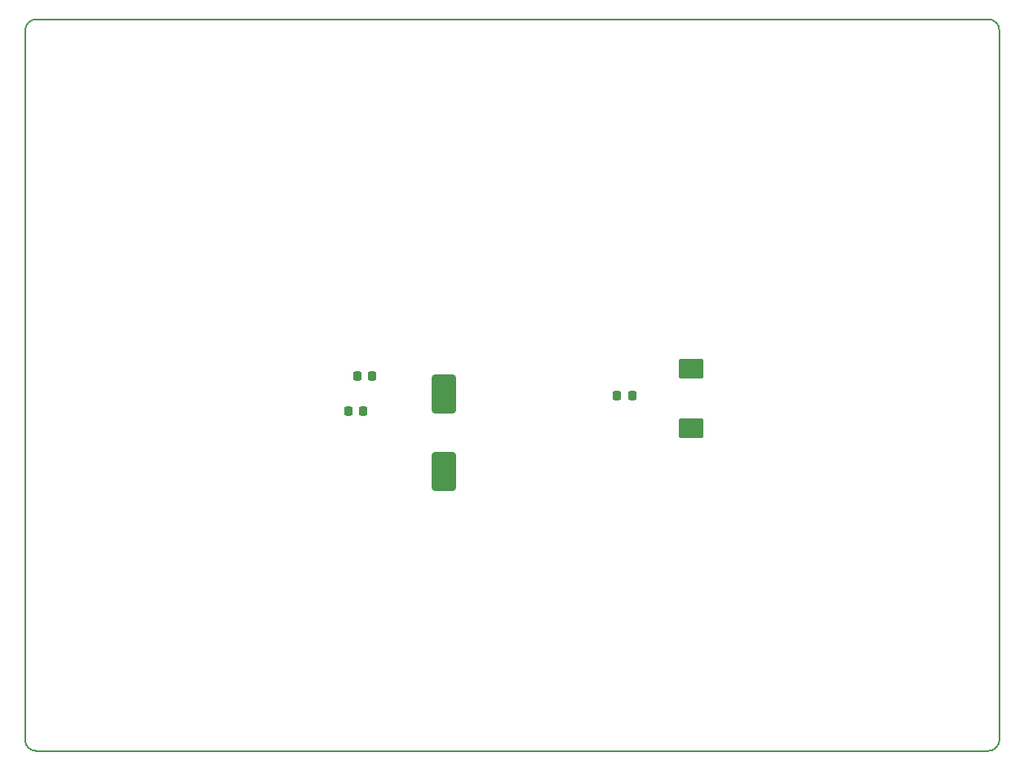
<source format=gbp>
G04 #@! TF.GenerationSoftware,KiCad,Pcbnew,(6.0.1)*
G04 #@! TF.CreationDate,2022-02-16T17:26:55-07:00*
G04 #@! TF.ProjectId,MinesRobotics_PDB,4d696e65-7352-46f6-926f-746963735f50,rev?*
G04 #@! TF.SameCoordinates,Original*
G04 #@! TF.FileFunction,Paste,Bot*
G04 #@! TF.FilePolarity,Positive*
%FSLAX46Y46*%
G04 Gerber Fmt 4.6, Leading zero omitted, Abs format (unit mm)*
G04 Created by KiCad (PCBNEW (6.0.1)) date 2022-02-16 17:26:55*
%MOMM*%
%LPD*%
G01*
G04 APERTURE LIST*
G04 Aperture macros list*
%AMRoundRect*
0 Rectangle with rounded corners*
0 $1 Rounding radius*
0 $2 $3 $4 $5 $6 $7 $8 $9 X,Y pos of 4 corners*
0 Add a 4 corners polygon primitive as box body*
4,1,4,$2,$3,$4,$5,$6,$7,$8,$9,$2,$3,0*
0 Add four circle primitives for the rounded corners*
1,1,$1+$1,$2,$3*
1,1,$1+$1,$4,$5*
1,1,$1+$1,$6,$7*
1,1,$1+$1,$8,$9*
0 Add four rect primitives between the rounded corners*
20,1,$1+$1,$2,$3,$4,$5,0*
20,1,$1+$1,$4,$5,$6,$7,0*
20,1,$1+$1,$6,$7,$8,$9,0*
20,1,$1+$1,$8,$9,$2,$3,0*%
G04 Aperture macros list end*
G04 #@! TA.AperFunction,Profile*
%ADD10C,0.150000*%
G04 #@! TD*
%ADD11RoundRect,0.250000X1.025000X-0.787500X1.025000X0.787500X-1.025000X0.787500X-1.025000X-0.787500X0*%
%ADD12RoundRect,0.225000X0.225000X0.250000X-0.225000X0.250000X-0.225000X-0.250000X0.225000X-0.250000X0*%
%ADD13RoundRect,0.250000X-1.000000X1.750000X-1.000000X-1.750000X1.000000X-1.750000X1.000000X1.750000X0*%
G04 APERTURE END LIST*
D10*
X181229000Y-126746000D02*
G75*
G03*
X182372000Y-125603000I0J1143000D01*
G01*
X82423000Y-50800000D02*
G75*
G03*
X81280000Y-51943000I0J-1143000D01*
G01*
X181229000Y-50800000D02*
X82423000Y-50800000D01*
X82423000Y-126746000D02*
X181229000Y-126746000D01*
X81280000Y-51943000D02*
X81280000Y-125603000D01*
X182372000Y-51943000D02*
G75*
G03*
X181229000Y-50800000I-1143000J0D01*
G01*
X81280000Y-125603000D02*
G75*
G03*
X82423000Y-126746000I1143000J0D01*
G01*
X182372000Y-125603000D02*
X182372000Y-51943000D01*
D11*
X150368000Y-93282500D03*
X150368000Y-87057500D03*
D12*
X117310200Y-87807800D03*
X115760200Y-87807800D03*
D13*
X124714000Y-89726000D03*
X124714000Y-97726000D03*
D12*
X144255000Y-89895200D03*
X142705000Y-89895200D03*
X116345000Y-91440000D03*
X114795000Y-91440000D03*
M02*

</source>
